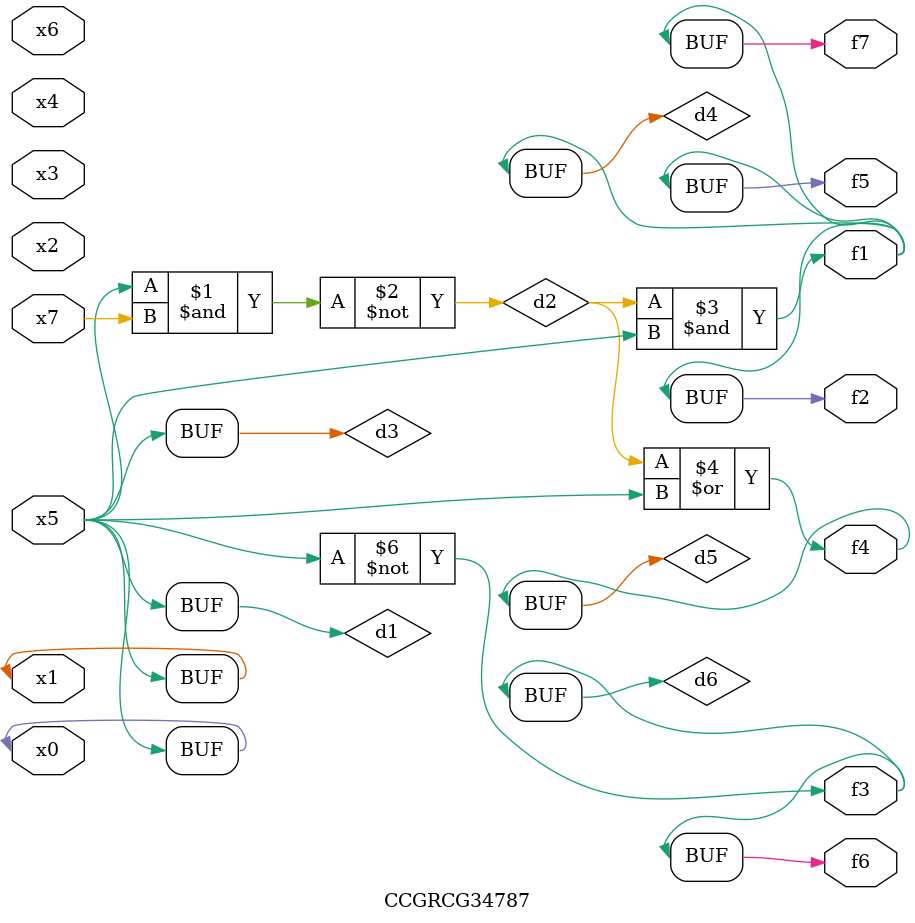
<source format=v>
module CCGRCG34787(
	input x0, x1, x2, x3, x4, x5, x6, x7,
	output f1, f2, f3, f4, f5, f6, f7
);

	wire d1, d2, d3, d4, d5, d6;

	buf (d1, x0, x5);
	nand (d2, x5, x7);
	buf (d3, x0, x1);
	and (d4, d2, d3);
	or (d5, d2, d3);
	nor (d6, d1, d3);
	assign f1 = d4;
	assign f2 = d4;
	assign f3 = d6;
	assign f4 = d5;
	assign f5 = d4;
	assign f6 = d6;
	assign f7 = d4;
endmodule

</source>
